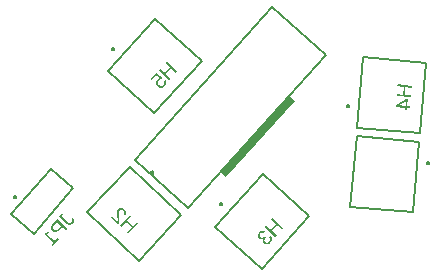
<source format=gbr>
G04 EAGLE Gerber RS-274X export*
G75*
%MOMM*%
%FSLAX34Y34*%
%LPD*%
%INSilkscreen Bottom*%
%IPPOS*%
%AMOC8*
5,1,8,0,0,1.08239X$1,22.5*%
G01*
G04 Define Apertures*
%ADD10C,0.127000*%
%ADD11C,0.200000*%
%ADD12R,8.700000X0.600000*%
G36*
X146930Y44908D02*
X145707Y46049D01*
X142146Y42231D01*
X137265Y46783D01*
X140826Y50600D01*
X139602Y51741D01*
X131186Y42716D01*
X132409Y41575D01*
X136310Y45758D01*
X141191Y41206D01*
X137290Y37023D01*
X138514Y35882D01*
X146930Y44908D01*
G37*
G36*
X130227Y45131D02*
X130394Y45655D01*
X130522Y46175D01*
X130612Y46689D01*
X130663Y47197D01*
X130685Y47699D01*
X130689Y48194D01*
X130674Y48680D01*
X130641Y49158D01*
X130542Y50087D01*
X130416Y50978D01*
X130302Y51827D01*
X130238Y52630D01*
X130230Y53013D01*
X130246Y53382D01*
X130287Y53738D01*
X130351Y54081D01*
X130450Y54409D01*
X130594Y54722D01*
X130784Y55020D01*
X131018Y55303D01*
X131193Y55477D01*
X131372Y55628D01*
X131555Y55756D01*
X131742Y55861D01*
X131933Y55943D01*
X132128Y56002D01*
X132326Y56037D01*
X132529Y56050D01*
X132733Y56039D01*
X132935Y56006D01*
X133136Y55951D01*
X133336Y55872D01*
X133534Y55771D01*
X133731Y55647D01*
X133927Y55500D01*
X134122Y55331D01*
X134296Y55157D01*
X134450Y54977D01*
X134585Y54793D01*
X134700Y54604D01*
X134795Y54410D01*
X134871Y54211D01*
X134926Y54007D01*
X134962Y53799D01*
X134977Y53588D01*
X134971Y53379D01*
X134942Y53171D01*
X134892Y52964D01*
X134820Y52759D01*
X134727Y52555D01*
X134611Y52353D01*
X134474Y52152D01*
X135755Y51162D01*
X135958Y51465D01*
X136128Y51774D01*
X136264Y52088D01*
X136367Y52408D01*
X136436Y52733D01*
X136472Y53064D01*
X136474Y53400D01*
X136442Y53742D01*
X136377Y54083D01*
X136280Y54417D01*
X136149Y54745D01*
X135986Y55065D01*
X135790Y55379D01*
X135562Y55686D01*
X135300Y55986D01*
X135006Y56279D01*
X134665Y56578D01*
X134325Y56838D01*
X133987Y57060D01*
X133649Y57243D01*
X133312Y57388D01*
X132976Y57494D01*
X132642Y57562D01*
X132308Y57591D01*
X131978Y57582D01*
X131655Y57535D01*
X131339Y57449D01*
X131031Y57325D01*
X130730Y57163D01*
X130436Y56962D01*
X130149Y56724D01*
X129869Y56447D01*
X129639Y56170D01*
X129441Y55867D01*
X129273Y55536D01*
X129135Y55178D01*
X129028Y54793D01*
X128950Y54381D01*
X128901Y53941D01*
X128882Y53475D01*
X128898Y52908D01*
X128955Y52170D01*
X129055Y51259D01*
X129195Y50176D01*
X129271Y49557D01*
X129323Y48987D01*
X129351Y48467D01*
X129355Y47998D01*
X129334Y47569D01*
X129287Y47173D01*
X129214Y46810D01*
X129114Y46480D01*
X124406Y50871D01*
X123492Y49891D01*
X129468Y44317D01*
X130227Y45131D01*
G37*
G36*
X264071Y34493D02*
X259821Y38320D01*
X264287Y43279D01*
X268537Y39452D01*
X269657Y40696D01*
X260486Y48953D01*
X259366Y47710D01*
X263245Y44217D01*
X258780Y39257D01*
X254900Y42750D01*
X253781Y41507D01*
X262952Y33249D01*
X264071Y34493D01*
G37*
G36*
X255997Y26664D02*
X256352Y26729D01*
X256704Y26836D01*
X257054Y26984D01*
X257401Y27173D01*
X257747Y27403D01*
X258089Y27675D01*
X258430Y27987D01*
X258768Y28341D01*
X259064Y28689D01*
X259324Y29037D01*
X259549Y29386D01*
X259738Y29734D01*
X259892Y30083D01*
X260011Y30432D01*
X260094Y30780D01*
X260141Y31129D01*
X260152Y31476D01*
X260125Y31819D01*
X260061Y32157D01*
X259958Y32492D01*
X259818Y32822D01*
X259640Y33148D01*
X259424Y33470D01*
X259171Y33788D01*
X257970Y32677D01*
X258136Y32465D01*
X258277Y32252D01*
X258396Y32038D01*
X258491Y31824D01*
X258562Y31609D01*
X258610Y31394D01*
X258634Y31178D01*
X258635Y30962D01*
X258613Y30745D01*
X258567Y30528D01*
X258498Y30310D01*
X258405Y30092D01*
X258288Y29873D01*
X258148Y29654D01*
X257985Y29434D01*
X257798Y29214D01*
X257598Y29005D01*
X257394Y28820D01*
X257187Y28659D01*
X256978Y28522D01*
X256766Y28410D01*
X256550Y28321D01*
X256332Y28257D01*
X256111Y28217D01*
X255889Y28203D01*
X255668Y28216D01*
X255448Y28258D01*
X255228Y28327D01*
X255010Y28423D01*
X254793Y28547D01*
X254577Y28699D01*
X254361Y28879D01*
X254188Y29052D01*
X254040Y29233D01*
X253919Y29424D01*
X253825Y29623D01*
X253757Y29831D01*
X253715Y30047D01*
X253700Y30273D01*
X253712Y30507D01*
X253750Y30747D01*
X253816Y30992D01*
X253910Y31241D01*
X254031Y31494D01*
X254179Y31751D01*
X254355Y32013D01*
X254558Y32278D01*
X254789Y32548D01*
X255387Y33212D01*
X254372Y34126D01*
X253797Y33488D01*
X253580Y33260D01*
X253362Y33057D01*
X253143Y32880D01*
X252923Y32728D01*
X252701Y32601D01*
X252479Y32499D01*
X252256Y32423D01*
X252033Y32372D01*
X251811Y32347D01*
X251594Y32347D01*
X251381Y32373D01*
X251174Y32425D01*
X250971Y32502D01*
X250774Y32605D01*
X250581Y32734D01*
X250393Y32888D01*
X250220Y33056D01*
X250069Y33229D01*
X249940Y33406D01*
X249832Y33589D01*
X249747Y33776D01*
X249683Y33968D01*
X249641Y34165D01*
X249621Y34367D01*
X249624Y34572D01*
X249653Y34778D01*
X249707Y34985D01*
X249785Y35193D01*
X249889Y35402D01*
X250019Y35612D01*
X250173Y35824D01*
X250352Y36036D01*
X250529Y36220D01*
X250709Y36383D01*
X250894Y36525D01*
X251082Y36648D01*
X251275Y36749D01*
X251472Y36831D01*
X251672Y36891D01*
X251877Y36932D01*
X252084Y36951D01*
X252289Y36949D01*
X252493Y36925D01*
X252696Y36879D01*
X252898Y36812D01*
X253099Y36723D01*
X253299Y36613D01*
X253498Y36480D01*
X254468Y37740D01*
X254155Y37944D01*
X253839Y38112D01*
X253519Y38246D01*
X253196Y38344D01*
X252870Y38408D01*
X252540Y38437D01*
X252206Y38430D01*
X251869Y38389D01*
X251534Y38314D01*
X251205Y38207D01*
X250884Y38068D01*
X250569Y37897D01*
X250261Y37693D01*
X249959Y37458D01*
X249665Y37190D01*
X249377Y36891D01*
X249085Y36546D01*
X248831Y36203D01*
X248613Y35861D01*
X248433Y35520D01*
X248291Y35181D01*
X248186Y34842D01*
X248118Y34505D01*
X248087Y34169D01*
X248094Y33838D01*
X248138Y33517D01*
X248219Y33206D01*
X248338Y32904D01*
X248494Y32613D01*
X248687Y32330D01*
X248917Y32058D01*
X249185Y31795D01*
X249407Y31610D01*
X249632Y31449D01*
X249860Y31313D01*
X250092Y31201D01*
X250328Y31114D01*
X250567Y31051D01*
X250810Y31014D01*
X251056Y31000D01*
X251305Y31011D01*
X251556Y31046D01*
X251807Y31105D01*
X252061Y31188D01*
X252315Y31294D01*
X252571Y31425D01*
X252829Y31580D01*
X253088Y31758D01*
X253114Y31735D01*
X252924Y31453D01*
X252761Y31173D01*
X252626Y30893D01*
X252518Y30615D01*
X252438Y30338D01*
X252385Y30061D01*
X252360Y29786D01*
X252362Y29512D01*
X252391Y29243D01*
X252445Y28984D01*
X252525Y28734D01*
X252630Y28494D01*
X252760Y28263D01*
X252916Y28041D01*
X253098Y27829D01*
X253305Y27627D01*
X253624Y27362D01*
X253949Y27138D01*
X254278Y26955D01*
X254612Y26814D01*
X254951Y26715D01*
X255295Y26656D01*
X255644Y26639D01*
X255997Y26664D01*
G37*
G36*
X374334Y142259D02*
X377117Y142016D01*
X377247Y143499D01*
X374463Y143743D01*
X374970Y149536D01*
X373749Y149643D01*
X364967Y144740D01*
X364823Y143091D01*
X373095Y142368D01*
X372943Y140640D01*
X374182Y140532D01*
X374334Y142259D01*
G37*
%LPC*%
G36*
X366724Y144420D02*
X367208Y144624D01*
X367814Y144913D01*
X372731Y147657D01*
X373418Y148072D01*
X373605Y148196D01*
X373224Y143851D01*
X366724Y144420D01*
G37*
%LPD*%
G36*
X378061Y152810D02*
X372364Y153309D01*
X372945Y159957D01*
X378643Y159459D01*
X378789Y161125D01*
X366495Y162201D01*
X366349Y160534D01*
X371549Y160079D01*
X370968Y153431D01*
X365768Y153886D01*
X365622Y152219D01*
X377916Y151144D01*
X378061Y152810D01*
G37*
G36*
X174430Y167048D02*
X170180Y170875D01*
X174646Y175835D01*
X178896Y172008D01*
X180015Y173251D01*
X170844Y181509D01*
X169725Y180266D01*
X173604Y176773D01*
X169139Y171813D01*
X165259Y175306D01*
X164140Y174063D01*
X173311Y165805D01*
X174430Y167048D01*
G37*
G36*
X166246Y159372D02*
X166644Y159422D01*
X167036Y159516D01*
X167420Y159655D01*
X167797Y159838D01*
X168167Y160066D01*
X168529Y160337D01*
X168884Y160653D01*
X169232Y161014D01*
X169505Y161334D01*
X169747Y161655D01*
X169957Y161977D01*
X170136Y162298D01*
X170283Y162620D01*
X170399Y162942D01*
X170483Y163265D01*
X170536Y163587D01*
X170558Y163908D01*
X170547Y164225D01*
X170505Y164538D01*
X170430Y164847D01*
X170324Y165152D01*
X170185Y165453D01*
X170015Y165750D01*
X169812Y166043D01*
X168609Y164981D01*
X168728Y164782D01*
X168828Y164583D01*
X168909Y164385D01*
X168972Y164187D01*
X169015Y163989D01*
X169040Y163793D01*
X169046Y163596D01*
X169033Y163400D01*
X169001Y163205D01*
X168951Y163010D01*
X168881Y162815D01*
X168793Y162621D01*
X168686Y162427D01*
X168560Y162234D01*
X168416Y162041D01*
X168252Y161849D01*
X168037Y161628D01*
X167815Y161435D01*
X167587Y161271D01*
X167352Y161136D01*
X167112Y161030D01*
X166865Y160953D01*
X166612Y160904D01*
X166352Y160884D01*
X166091Y160893D01*
X165831Y160931D01*
X165572Y160998D01*
X165316Y161093D01*
X165061Y161217D01*
X164808Y161369D01*
X164556Y161550D01*
X164306Y161760D01*
X164103Y161959D01*
X163924Y162165D01*
X163772Y162378D01*
X163644Y162599D01*
X163543Y162827D01*
X163466Y163063D01*
X163416Y163306D01*
X163390Y163557D01*
X163391Y163810D01*
X163420Y164059D01*
X163475Y164305D01*
X163558Y164548D01*
X163668Y164788D01*
X163805Y165024D01*
X163969Y165256D01*
X164161Y165486D01*
X164380Y165711D01*
X164611Y165911D01*
X164854Y166086D01*
X165107Y166236D01*
X165380Y166362D01*
X165678Y166465D01*
X166003Y166544D01*
X166354Y166599D01*
X167385Y167745D01*
X162176Y171881D01*
X157481Y166668D01*
X158477Y165771D01*
X162211Y169917D01*
X165278Y167473D01*
X164964Y167401D01*
X164658Y167300D01*
X164360Y167171D01*
X164070Y167015D01*
X163787Y166830D01*
X163513Y166617D01*
X163246Y166376D01*
X162987Y166107D01*
X162702Y165766D01*
X162458Y165419D01*
X162254Y165068D01*
X162090Y164712D01*
X161967Y164350D01*
X161884Y163983D01*
X161841Y163611D01*
X161838Y163234D01*
X161875Y162860D01*
X161949Y162498D01*
X162061Y162147D01*
X162210Y161808D01*
X162397Y161480D01*
X162622Y161164D01*
X162884Y160859D01*
X163184Y160566D01*
X163550Y160262D01*
X163920Y160002D01*
X164295Y159786D01*
X164675Y159614D01*
X165060Y159487D01*
X165451Y159404D01*
X165846Y159366D01*
X166246Y159372D01*
G37*
G36*
X77221Y37301D02*
X77600Y37367D01*
X77971Y37474D01*
X78334Y37621D01*
X78690Y37809D01*
X79039Y38038D01*
X79379Y38306D01*
X79713Y38616D01*
X80038Y38966D01*
X82417Y41702D01*
X86046Y38548D01*
X87144Y39810D01*
X77830Y47907D01*
X74422Y43987D01*
X74103Y43596D01*
X73826Y43208D01*
X73591Y42822D01*
X73398Y42438D01*
X73247Y42056D01*
X73138Y41676D01*
X73072Y41298D01*
X73047Y40923D01*
X73065Y40554D01*
X73125Y40195D01*
X73227Y39847D01*
X73371Y39510D01*
X73557Y39183D01*
X73786Y38867D01*
X74057Y38561D01*
X74369Y38265D01*
X74703Y37999D01*
X75043Y37774D01*
X75390Y37591D01*
X75743Y37449D01*
X76103Y37350D01*
X76469Y37292D01*
X76842Y37275D01*
X77221Y37301D01*
G37*
%LPC*%
G36*
X76884Y38829D02*
X76652Y38872D01*
X76419Y38944D01*
X76186Y39045D01*
X75953Y39175D01*
X75719Y39334D01*
X75486Y39523D01*
X75275Y39721D01*
X75092Y39924D01*
X74939Y40132D01*
X74814Y40345D01*
X74718Y40562D01*
X74651Y40784D01*
X74613Y41010D01*
X74603Y41241D01*
X74623Y41477D01*
X74671Y41718D01*
X74748Y41963D01*
X74854Y42213D01*
X74989Y42468D01*
X75152Y42727D01*
X75345Y42991D01*
X75566Y43260D01*
X77744Y45765D01*
X81419Y42570D01*
X79195Y40012D01*
X78965Y39762D01*
X78735Y39542D01*
X78505Y39350D01*
X78274Y39188D01*
X78043Y39055D01*
X77812Y38952D01*
X77580Y38877D01*
X77348Y38832D01*
X77116Y38816D01*
X76884Y38829D01*
G37*
%LPD*%
G36*
X79381Y30880D02*
X78369Y31759D01*
X76307Y29386D01*
X69141Y35615D01*
X72469Y36413D01*
X71345Y37390D01*
X67918Y36504D01*
X66964Y35407D01*
X75267Y28190D01*
X73296Y25923D01*
X74307Y25044D01*
X79381Y30880D01*
G37*
G36*
X89324Y43253D02*
X89664Y43325D01*
X89994Y43435D01*
X90314Y43582D01*
X90624Y43768D01*
X90926Y43992D01*
X91217Y44254D01*
X91499Y44554D01*
X91740Y44850D01*
X91949Y45149D01*
X92126Y45448D01*
X92270Y45750D01*
X92383Y46053D01*
X92463Y46357D01*
X92511Y46663D01*
X92527Y46971D01*
X92510Y47280D01*
X92462Y47591D01*
X92381Y47903D01*
X92269Y48217D01*
X92124Y48533D01*
X91946Y48850D01*
X91737Y49169D01*
X91496Y49489D01*
X90216Y48431D01*
X90373Y48235D01*
X90511Y48038D01*
X90630Y47841D01*
X90731Y47645D01*
X90813Y47448D01*
X90876Y47250D01*
X90921Y47053D01*
X90947Y46856D01*
X90954Y46661D01*
X90943Y46471D01*
X90912Y46286D01*
X90861Y46106D01*
X90792Y45932D01*
X90703Y45762D01*
X90596Y45597D01*
X90469Y45438D01*
X90316Y45277D01*
X90156Y45138D01*
X89990Y45021D01*
X89816Y44926D01*
X89636Y44853D01*
X89449Y44801D01*
X89255Y44772D01*
X89054Y44765D01*
X88848Y44780D01*
X88639Y44820D01*
X88427Y44885D01*
X88213Y44974D01*
X87995Y45087D01*
X87774Y45224D01*
X87551Y45386D01*
X87324Y45572D01*
X81792Y50381D01*
X83349Y52173D01*
X82318Y53069D01*
X79669Y50022D01*
X86206Y44339D01*
X86546Y44064D01*
X86887Y43827D01*
X87231Y43629D01*
X87576Y43470D01*
X87923Y43349D01*
X88272Y43268D01*
X88623Y43224D01*
X88976Y43220D01*
X89324Y43253D01*
G37*
D10*
X384538Y113558D02*
X379309Y53787D01*
X326510Y58406D01*
X331740Y118177D01*
X384538Y113558D01*
D11*
X391386Y95405D02*
X391388Y95468D01*
X391394Y95530D01*
X391404Y95592D01*
X391417Y95654D01*
X391435Y95714D01*
X391456Y95773D01*
X391481Y95831D01*
X391510Y95887D01*
X391542Y95941D01*
X391577Y95993D01*
X391615Y96042D01*
X391657Y96090D01*
X391701Y96134D01*
X391749Y96176D01*
X391798Y96214D01*
X391850Y96249D01*
X391904Y96281D01*
X391960Y96310D01*
X392018Y96335D01*
X392077Y96356D01*
X392137Y96374D01*
X392199Y96387D01*
X392261Y96397D01*
X392323Y96403D01*
X392386Y96405D01*
X392449Y96403D01*
X392511Y96397D01*
X392573Y96387D01*
X392635Y96374D01*
X392695Y96356D01*
X392754Y96335D01*
X392812Y96310D01*
X392868Y96281D01*
X392922Y96249D01*
X392974Y96214D01*
X393023Y96176D01*
X393071Y96134D01*
X393115Y96090D01*
X393157Y96042D01*
X393195Y95993D01*
X393230Y95941D01*
X393262Y95887D01*
X393291Y95831D01*
X393316Y95773D01*
X393337Y95714D01*
X393355Y95654D01*
X393368Y95592D01*
X393378Y95530D01*
X393384Y95468D01*
X393386Y95405D01*
X393384Y95342D01*
X393378Y95280D01*
X393368Y95218D01*
X393355Y95156D01*
X393337Y95096D01*
X393316Y95037D01*
X393291Y94979D01*
X393262Y94923D01*
X393230Y94869D01*
X393195Y94817D01*
X393157Y94768D01*
X393115Y94720D01*
X393071Y94676D01*
X393023Y94634D01*
X392974Y94596D01*
X392922Y94561D01*
X392868Y94529D01*
X392812Y94500D01*
X392754Y94475D01*
X392695Y94454D01*
X392635Y94436D01*
X392573Y94423D01*
X392511Y94413D01*
X392449Y94407D01*
X392386Y94405D01*
X392323Y94407D01*
X392261Y94413D01*
X392199Y94423D01*
X392137Y94436D01*
X392077Y94454D01*
X392018Y94475D01*
X391960Y94500D01*
X391904Y94529D01*
X391850Y94561D01*
X391798Y94596D01*
X391749Y94634D01*
X391701Y94676D01*
X391657Y94720D01*
X391615Y94768D01*
X391577Y94817D01*
X391542Y94869D01*
X391510Y94923D01*
X391481Y94979D01*
X391456Y95037D01*
X391435Y95096D01*
X391417Y95156D01*
X391404Y95218D01*
X391394Y95280D01*
X391388Y95342D01*
X391386Y95405D01*
D10*
X183395Y51663D02*
X139513Y92583D01*
X183395Y51663D02*
X147249Y12901D01*
X103367Y53821D01*
X139513Y92583D01*
D11*
X157650Y87591D02*
X157652Y87654D01*
X157658Y87716D01*
X157668Y87778D01*
X157681Y87840D01*
X157699Y87900D01*
X157720Y87959D01*
X157745Y88017D01*
X157774Y88073D01*
X157806Y88127D01*
X157841Y88179D01*
X157879Y88228D01*
X157921Y88276D01*
X157965Y88320D01*
X158013Y88362D01*
X158062Y88400D01*
X158114Y88435D01*
X158168Y88467D01*
X158224Y88496D01*
X158282Y88521D01*
X158341Y88542D01*
X158401Y88560D01*
X158463Y88573D01*
X158525Y88583D01*
X158587Y88589D01*
X158650Y88591D01*
X158713Y88589D01*
X158775Y88583D01*
X158837Y88573D01*
X158899Y88560D01*
X158959Y88542D01*
X159018Y88521D01*
X159076Y88496D01*
X159132Y88467D01*
X159186Y88435D01*
X159238Y88400D01*
X159287Y88362D01*
X159335Y88320D01*
X159379Y88276D01*
X159421Y88228D01*
X159459Y88179D01*
X159494Y88127D01*
X159526Y88073D01*
X159555Y88017D01*
X159580Y87959D01*
X159601Y87900D01*
X159619Y87840D01*
X159632Y87778D01*
X159642Y87716D01*
X159648Y87654D01*
X159650Y87591D01*
X159648Y87528D01*
X159642Y87466D01*
X159632Y87404D01*
X159619Y87342D01*
X159601Y87282D01*
X159580Y87223D01*
X159555Y87165D01*
X159526Y87109D01*
X159494Y87055D01*
X159459Y87003D01*
X159421Y86954D01*
X159379Y86906D01*
X159335Y86862D01*
X159287Y86820D01*
X159238Y86782D01*
X159186Y86747D01*
X159132Y86715D01*
X159076Y86686D01*
X159018Y86661D01*
X158959Y86640D01*
X158899Y86622D01*
X158837Y86609D01*
X158775Y86599D01*
X158713Y86593D01*
X158650Y86591D01*
X158587Y86593D01*
X158525Y86599D01*
X158463Y86609D01*
X158401Y86622D01*
X158341Y86640D01*
X158282Y86661D01*
X158224Y86686D01*
X158168Y86715D01*
X158114Y86747D01*
X158062Y86782D01*
X158013Y86820D01*
X157965Y86862D01*
X157921Y86906D01*
X157879Y86954D01*
X157841Y87003D01*
X157806Y87055D01*
X157774Y87109D01*
X157745Y87165D01*
X157720Y87223D01*
X157699Y87282D01*
X157681Y87342D01*
X157668Y87404D01*
X157658Y87466D01*
X157652Y87528D01*
X157650Y87591D01*
D10*
X212100Y41606D02*
X252247Y86195D01*
X291634Y50731D01*
X251486Y6142D01*
X212100Y41606D01*
D11*
X215757Y60826D02*
X215759Y60889D01*
X215765Y60951D01*
X215775Y61013D01*
X215788Y61075D01*
X215806Y61135D01*
X215827Y61194D01*
X215852Y61252D01*
X215881Y61308D01*
X215913Y61362D01*
X215948Y61414D01*
X215986Y61463D01*
X216028Y61511D01*
X216072Y61555D01*
X216120Y61597D01*
X216169Y61635D01*
X216221Y61670D01*
X216275Y61702D01*
X216331Y61731D01*
X216389Y61756D01*
X216448Y61777D01*
X216508Y61795D01*
X216570Y61808D01*
X216632Y61818D01*
X216694Y61824D01*
X216757Y61826D01*
X216820Y61824D01*
X216882Y61818D01*
X216944Y61808D01*
X217006Y61795D01*
X217066Y61777D01*
X217125Y61756D01*
X217183Y61731D01*
X217239Y61702D01*
X217293Y61670D01*
X217345Y61635D01*
X217394Y61597D01*
X217442Y61555D01*
X217486Y61511D01*
X217528Y61463D01*
X217566Y61414D01*
X217601Y61362D01*
X217633Y61308D01*
X217662Y61252D01*
X217687Y61194D01*
X217708Y61135D01*
X217726Y61075D01*
X217739Y61013D01*
X217749Y60951D01*
X217755Y60889D01*
X217757Y60826D01*
X217755Y60763D01*
X217749Y60701D01*
X217739Y60639D01*
X217726Y60577D01*
X217708Y60517D01*
X217687Y60458D01*
X217662Y60400D01*
X217633Y60344D01*
X217601Y60290D01*
X217566Y60238D01*
X217528Y60189D01*
X217486Y60141D01*
X217442Y60097D01*
X217394Y60055D01*
X217345Y60017D01*
X217293Y59982D01*
X217239Y59950D01*
X217183Y59921D01*
X217125Y59896D01*
X217066Y59875D01*
X217006Y59857D01*
X216944Y59844D01*
X216882Y59834D01*
X216820Y59828D01*
X216757Y59826D01*
X216694Y59828D01*
X216632Y59834D01*
X216570Y59844D01*
X216508Y59857D01*
X216448Y59875D01*
X216389Y59896D01*
X216331Y59921D01*
X216275Y59950D01*
X216221Y59982D01*
X216169Y60017D01*
X216120Y60055D01*
X216072Y60097D01*
X216028Y60141D01*
X215986Y60189D01*
X215948Y60238D01*
X215913Y60290D01*
X215881Y60344D01*
X215852Y60400D01*
X215827Y60458D01*
X215806Y60517D01*
X215788Y60577D01*
X215775Y60639D01*
X215765Y60701D01*
X215759Y60763D01*
X215757Y60826D01*
D10*
X332231Y125497D02*
X337460Y185268D01*
X390259Y180649D01*
X385029Y120878D01*
X332231Y125497D01*
D11*
X323383Y143650D02*
X323385Y143713D01*
X323391Y143775D01*
X323401Y143837D01*
X323414Y143899D01*
X323432Y143959D01*
X323453Y144018D01*
X323478Y144076D01*
X323507Y144132D01*
X323539Y144186D01*
X323574Y144238D01*
X323612Y144287D01*
X323654Y144335D01*
X323698Y144379D01*
X323746Y144421D01*
X323795Y144459D01*
X323847Y144494D01*
X323901Y144526D01*
X323957Y144555D01*
X324015Y144580D01*
X324074Y144601D01*
X324134Y144619D01*
X324196Y144632D01*
X324258Y144642D01*
X324320Y144648D01*
X324383Y144650D01*
X324446Y144648D01*
X324508Y144642D01*
X324570Y144632D01*
X324632Y144619D01*
X324692Y144601D01*
X324751Y144580D01*
X324809Y144555D01*
X324865Y144526D01*
X324919Y144494D01*
X324971Y144459D01*
X325020Y144421D01*
X325068Y144379D01*
X325112Y144335D01*
X325154Y144287D01*
X325192Y144238D01*
X325227Y144186D01*
X325259Y144132D01*
X325288Y144076D01*
X325313Y144018D01*
X325334Y143959D01*
X325352Y143899D01*
X325365Y143837D01*
X325375Y143775D01*
X325381Y143713D01*
X325383Y143650D01*
X325381Y143587D01*
X325375Y143525D01*
X325365Y143463D01*
X325352Y143401D01*
X325334Y143341D01*
X325313Y143282D01*
X325288Y143224D01*
X325259Y143168D01*
X325227Y143114D01*
X325192Y143062D01*
X325154Y143013D01*
X325112Y142965D01*
X325068Y142921D01*
X325020Y142879D01*
X324971Y142841D01*
X324919Y142806D01*
X324865Y142774D01*
X324809Y142745D01*
X324751Y142720D01*
X324692Y142699D01*
X324632Y142681D01*
X324570Y142668D01*
X324508Y142658D01*
X324446Y142652D01*
X324383Y142650D01*
X324320Y142652D01*
X324258Y142658D01*
X324196Y142668D01*
X324134Y142681D01*
X324074Y142699D01*
X324015Y142720D01*
X323957Y142745D01*
X323901Y142774D01*
X323847Y142806D01*
X323795Y142841D01*
X323746Y142879D01*
X323698Y142921D01*
X323654Y142965D01*
X323612Y143013D01*
X323574Y143062D01*
X323539Y143114D01*
X323507Y143168D01*
X323478Y143224D01*
X323453Y143282D01*
X323432Y143341D01*
X323414Y143401D01*
X323401Y143463D01*
X323391Y143525D01*
X323385Y143587D01*
X323383Y143650D01*
D10*
X161222Y217722D02*
X121075Y173133D01*
X161222Y217722D02*
X200609Y182258D01*
X160461Y137669D01*
X121075Y173133D01*
D11*
X124732Y192353D02*
X124734Y192416D01*
X124740Y192478D01*
X124750Y192540D01*
X124763Y192602D01*
X124781Y192662D01*
X124802Y192721D01*
X124827Y192779D01*
X124856Y192835D01*
X124888Y192889D01*
X124923Y192941D01*
X124961Y192990D01*
X125003Y193038D01*
X125047Y193082D01*
X125095Y193124D01*
X125144Y193162D01*
X125196Y193197D01*
X125250Y193229D01*
X125306Y193258D01*
X125364Y193283D01*
X125423Y193304D01*
X125483Y193322D01*
X125545Y193335D01*
X125607Y193345D01*
X125669Y193351D01*
X125732Y193353D01*
X125795Y193351D01*
X125857Y193345D01*
X125919Y193335D01*
X125981Y193322D01*
X126041Y193304D01*
X126100Y193283D01*
X126158Y193258D01*
X126214Y193229D01*
X126268Y193197D01*
X126320Y193162D01*
X126369Y193124D01*
X126417Y193082D01*
X126461Y193038D01*
X126503Y192990D01*
X126541Y192941D01*
X126576Y192889D01*
X126608Y192835D01*
X126637Y192779D01*
X126662Y192721D01*
X126683Y192662D01*
X126701Y192602D01*
X126714Y192540D01*
X126724Y192478D01*
X126730Y192416D01*
X126732Y192353D01*
X126730Y192290D01*
X126724Y192228D01*
X126714Y192166D01*
X126701Y192104D01*
X126683Y192044D01*
X126662Y191985D01*
X126637Y191927D01*
X126608Y191871D01*
X126576Y191817D01*
X126541Y191765D01*
X126503Y191716D01*
X126461Y191668D01*
X126417Y191624D01*
X126369Y191582D01*
X126320Y191544D01*
X126268Y191509D01*
X126214Y191477D01*
X126158Y191448D01*
X126100Y191423D01*
X126041Y191402D01*
X125981Y191384D01*
X125919Y191371D01*
X125857Y191361D01*
X125795Y191355D01*
X125732Y191353D01*
X125669Y191355D01*
X125607Y191361D01*
X125545Y191371D01*
X125483Y191384D01*
X125423Y191402D01*
X125364Y191423D01*
X125306Y191448D01*
X125250Y191477D01*
X125196Y191509D01*
X125144Y191544D01*
X125095Y191582D01*
X125047Y191624D01*
X125003Y191668D01*
X124961Y191716D01*
X124923Y191765D01*
X124888Y191817D01*
X124856Y191871D01*
X124827Y191927D01*
X124802Y191985D01*
X124781Y192044D01*
X124763Y192104D01*
X124750Y192166D01*
X124740Y192228D01*
X124734Y192290D01*
X124732Y192353D01*
D10*
X91833Y74242D02*
X58505Y35902D01*
X91833Y74242D02*
X72663Y90906D01*
X39335Y52566D01*
X58505Y35902D01*
D11*
X41289Y67091D02*
X41291Y67154D01*
X41297Y67216D01*
X41307Y67278D01*
X41320Y67340D01*
X41338Y67400D01*
X41359Y67459D01*
X41384Y67517D01*
X41413Y67573D01*
X41445Y67627D01*
X41480Y67679D01*
X41518Y67728D01*
X41560Y67776D01*
X41604Y67820D01*
X41652Y67862D01*
X41701Y67900D01*
X41753Y67935D01*
X41807Y67967D01*
X41863Y67996D01*
X41921Y68021D01*
X41980Y68042D01*
X42040Y68060D01*
X42102Y68073D01*
X42164Y68083D01*
X42226Y68089D01*
X42289Y68091D01*
X42352Y68089D01*
X42414Y68083D01*
X42476Y68073D01*
X42538Y68060D01*
X42598Y68042D01*
X42657Y68021D01*
X42715Y67996D01*
X42771Y67967D01*
X42825Y67935D01*
X42877Y67900D01*
X42926Y67862D01*
X42974Y67820D01*
X43018Y67776D01*
X43060Y67728D01*
X43098Y67679D01*
X43133Y67627D01*
X43165Y67573D01*
X43194Y67517D01*
X43219Y67459D01*
X43240Y67400D01*
X43258Y67340D01*
X43271Y67278D01*
X43281Y67216D01*
X43287Y67154D01*
X43289Y67091D01*
X43287Y67028D01*
X43281Y66966D01*
X43271Y66904D01*
X43258Y66842D01*
X43240Y66782D01*
X43219Y66723D01*
X43194Y66665D01*
X43165Y66609D01*
X43133Y66555D01*
X43098Y66503D01*
X43060Y66454D01*
X43018Y66406D01*
X42974Y66362D01*
X42926Y66320D01*
X42877Y66282D01*
X42825Y66247D01*
X42771Y66215D01*
X42715Y66186D01*
X42657Y66161D01*
X42598Y66140D01*
X42538Y66122D01*
X42476Y66109D01*
X42414Y66099D01*
X42352Y66093D01*
X42289Y66091D01*
X42226Y66093D01*
X42164Y66099D01*
X42102Y66109D01*
X42040Y66122D01*
X41980Y66140D01*
X41921Y66161D01*
X41863Y66186D01*
X41807Y66215D01*
X41753Y66247D01*
X41701Y66282D01*
X41652Y66320D01*
X41604Y66362D01*
X41560Y66406D01*
X41518Y66454D01*
X41480Y66503D01*
X41445Y66555D01*
X41413Y66609D01*
X41384Y66665D01*
X41359Y66723D01*
X41338Y66782D01*
X41320Y66842D01*
X41307Y66904D01*
X41297Y66966D01*
X41291Y67028D01*
X41289Y67091D01*
X143998Y98183D02*
X260427Y227490D01*
X305759Y186673D01*
X189330Y57366D01*
X143998Y98183D01*
D12*
G36*
X279437Y148473D02*
X221224Y83820D01*
X216765Y87835D01*
X274978Y152488D01*
X279437Y148473D01*
G37*
M02*

</source>
